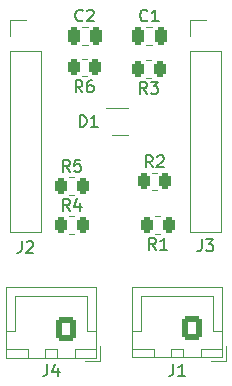
<source format=gbr>
%TF.GenerationSoftware,KiCad,Pcbnew,(6.0.5)*%
%TF.CreationDate,2022-05-19T09:16:10-04:00*%
%TF.ProjectId,OneMoreThermistor,4f6e654d-6f72-4655-9468-65726d697374,rev?*%
%TF.SameCoordinates,Original*%
%TF.FileFunction,Legend,Top*%
%TF.FilePolarity,Positive*%
%FSLAX46Y46*%
G04 Gerber Fmt 4.6, Leading zero omitted, Abs format (unit mm)*
G04 Created by KiCad (PCBNEW (6.0.5)) date 2022-05-19 09:16:10*
%MOMM*%
%LPD*%
G01*
G04 APERTURE LIST*
G04 Aperture macros list*
%AMRoundRect*
0 Rectangle with rounded corners*
0 $1 Rounding radius*
0 $2 $3 $4 $5 $6 $7 $8 $9 X,Y pos of 4 corners*
0 Add a 4 corners polygon primitive as box body*
4,1,4,$2,$3,$4,$5,$6,$7,$8,$9,$2,$3,0*
0 Add four circle primitives for the rounded corners*
1,1,$1+$1,$2,$3*
1,1,$1+$1,$4,$5*
1,1,$1+$1,$6,$7*
1,1,$1+$1,$8,$9*
0 Add four rect primitives between the rounded corners*
20,1,$1+$1,$2,$3,$4,$5,0*
20,1,$1+$1,$4,$5,$6,$7,0*
20,1,$1+$1,$6,$7,$8,$9,0*
20,1,$1+$1,$8,$9,$2,$3,0*%
G04 Aperture macros list end*
%ADD10C,0.150000*%
%ADD11C,0.120000*%
%ADD12RoundRect,0.250000X0.600000X0.750000X-0.600000X0.750000X-0.600000X-0.750000X0.600000X-0.750000X0*%
%ADD13O,1.700000X2.000000*%
%ADD14RoundRect,0.250000X-0.262500X-0.450000X0.262500X-0.450000X0.262500X0.450000X-0.262500X0.450000X0*%
%ADD15RoundRect,0.250000X-0.250000X-0.475000X0.250000X-0.475000X0.250000X0.475000X-0.250000X0.475000X0*%
%ADD16R,1.700000X1.700000*%
%ADD17O,1.700000X1.700000*%
%ADD18RoundRect,0.250000X0.262500X0.450000X-0.262500X0.450000X-0.262500X-0.450000X0.262500X-0.450000X0*%
%ADD19R,0.650000X0.400000*%
G04 APERTURE END LIST*
D10*
%TO.C,J1*%
X101413666Y-86822380D02*
X101413666Y-87536666D01*
X101366047Y-87679523D01*
X101270809Y-87774761D01*
X101127952Y-87822380D01*
X101032714Y-87822380D01*
X102413666Y-87822380D02*
X101842238Y-87822380D01*
X102127952Y-87822380D02*
X102127952Y-86822380D01*
X102032714Y-86965238D01*
X101937476Y-87060476D01*
X101842238Y-87108095D01*
%TO.C,R4*%
X92646833Y-73859380D02*
X92313500Y-73383190D01*
X92075404Y-73859380D02*
X92075404Y-72859380D01*
X92456357Y-72859380D01*
X92551595Y-72907000D01*
X92599214Y-72954619D01*
X92646833Y-73049857D01*
X92646833Y-73192714D01*
X92599214Y-73287952D01*
X92551595Y-73335571D01*
X92456357Y-73383190D01*
X92075404Y-73383190D01*
X93503976Y-73192714D02*
X93503976Y-73859380D01*
X93265880Y-72811761D02*
X93027785Y-73526047D01*
X93646833Y-73526047D01*
%TO.C,C2*%
X93747333Y-57732142D02*
X93699714Y-57779761D01*
X93556857Y-57827380D01*
X93461619Y-57827380D01*
X93318761Y-57779761D01*
X93223523Y-57684523D01*
X93175904Y-57589285D01*
X93128285Y-57398809D01*
X93128285Y-57255952D01*
X93175904Y-57065476D01*
X93223523Y-56970238D01*
X93318761Y-56875000D01*
X93461619Y-56827380D01*
X93556857Y-56827380D01*
X93699714Y-56875000D01*
X93747333Y-56922619D01*
X94128285Y-56922619D02*
X94175904Y-56875000D01*
X94271142Y-56827380D01*
X94509238Y-56827380D01*
X94604476Y-56875000D01*
X94652095Y-56922619D01*
X94699714Y-57017857D01*
X94699714Y-57113095D01*
X94652095Y-57255952D01*
X94080666Y-57827380D01*
X94699714Y-57827380D01*
%TO.C,J3*%
X103806666Y-76287380D02*
X103806666Y-77001666D01*
X103759047Y-77144523D01*
X103663809Y-77239761D01*
X103520952Y-77287380D01*
X103425714Y-77287380D01*
X104187619Y-76287380D02*
X104806666Y-76287380D01*
X104473333Y-76668333D01*
X104616190Y-76668333D01*
X104711428Y-76715952D01*
X104759047Y-76763571D01*
X104806666Y-76858809D01*
X104806666Y-77096904D01*
X104759047Y-77192142D01*
X104711428Y-77239761D01*
X104616190Y-77287380D01*
X104330476Y-77287380D01*
X104235238Y-77239761D01*
X104187619Y-77192142D01*
%TO.C,R1*%
X99932833Y-77159380D02*
X99599500Y-76683190D01*
X99361404Y-77159380D02*
X99361404Y-76159380D01*
X99742357Y-76159380D01*
X99837595Y-76207000D01*
X99885214Y-76254619D01*
X99932833Y-76349857D01*
X99932833Y-76492714D01*
X99885214Y-76587952D01*
X99837595Y-76635571D01*
X99742357Y-76683190D01*
X99361404Y-76683190D01*
X100885214Y-77159380D02*
X100313785Y-77159380D01*
X100599500Y-77159380D02*
X100599500Y-76159380D01*
X100504261Y-76302238D01*
X100409023Y-76397476D01*
X100313785Y-76445095D01*
%TO.C,C1*%
X99213333Y-57732142D02*
X99165714Y-57779761D01*
X99022857Y-57827380D01*
X98927619Y-57827380D01*
X98784761Y-57779761D01*
X98689523Y-57684523D01*
X98641904Y-57589285D01*
X98594285Y-57398809D01*
X98594285Y-57255952D01*
X98641904Y-57065476D01*
X98689523Y-56970238D01*
X98784761Y-56875000D01*
X98927619Y-56827380D01*
X99022857Y-56827380D01*
X99165714Y-56875000D01*
X99213333Y-56922619D01*
X100165714Y-57827380D02*
X99594285Y-57827380D01*
X99880000Y-57827380D02*
X99880000Y-56827380D01*
X99784761Y-56970238D01*
X99689523Y-57065476D01*
X99594285Y-57113095D01*
%TO.C,R2*%
X99655333Y-70176380D02*
X99322000Y-69700190D01*
X99083904Y-70176380D02*
X99083904Y-69176380D01*
X99464857Y-69176380D01*
X99560095Y-69224000D01*
X99607714Y-69271619D01*
X99655333Y-69366857D01*
X99655333Y-69509714D01*
X99607714Y-69604952D01*
X99560095Y-69652571D01*
X99464857Y-69700190D01*
X99083904Y-69700190D01*
X100036285Y-69271619D02*
X100083904Y-69224000D01*
X100179142Y-69176380D01*
X100417238Y-69176380D01*
X100512476Y-69224000D01*
X100560095Y-69271619D01*
X100607714Y-69366857D01*
X100607714Y-69462095D01*
X100560095Y-69604952D01*
X99988666Y-70176380D01*
X100607714Y-70176380D01*
%TO.C,J4*%
X90745666Y-86839380D02*
X90745666Y-87553666D01*
X90698047Y-87696523D01*
X90602809Y-87791761D01*
X90459952Y-87839380D01*
X90364714Y-87839380D01*
X91650428Y-87172714D02*
X91650428Y-87839380D01*
X91412333Y-86791761D02*
X91174238Y-87506047D01*
X91793285Y-87506047D01*
%TO.C,R6*%
X93709833Y-63824380D02*
X93376500Y-63348190D01*
X93138404Y-63824380D02*
X93138404Y-62824380D01*
X93519357Y-62824380D01*
X93614595Y-62872000D01*
X93662214Y-62919619D01*
X93709833Y-63014857D01*
X93709833Y-63157714D01*
X93662214Y-63252952D01*
X93614595Y-63300571D01*
X93519357Y-63348190D01*
X93138404Y-63348190D01*
X94566976Y-62824380D02*
X94376500Y-62824380D01*
X94281261Y-62872000D01*
X94233642Y-62919619D01*
X94138404Y-63062476D01*
X94090785Y-63252952D01*
X94090785Y-63633904D01*
X94138404Y-63729142D01*
X94186023Y-63776761D01*
X94281261Y-63824380D01*
X94471738Y-63824380D01*
X94566976Y-63776761D01*
X94614595Y-63729142D01*
X94662214Y-63633904D01*
X94662214Y-63395809D01*
X94614595Y-63300571D01*
X94566976Y-63252952D01*
X94471738Y-63205333D01*
X94281261Y-63205333D01*
X94186023Y-63252952D01*
X94138404Y-63300571D01*
X94090785Y-63395809D01*
%TO.C,J2*%
X88566666Y-76414380D02*
X88566666Y-77128666D01*
X88519047Y-77271523D01*
X88423809Y-77366761D01*
X88280952Y-77414380D01*
X88185714Y-77414380D01*
X88995238Y-76509619D02*
X89042857Y-76462000D01*
X89138095Y-76414380D01*
X89376190Y-76414380D01*
X89471428Y-76462000D01*
X89519047Y-76509619D01*
X89566666Y-76604857D01*
X89566666Y-76700095D01*
X89519047Y-76842952D01*
X88947619Y-77414380D01*
X89566666Y-77414380D01*
%TO.C,R5*%
X92646833Y-70557380D02*
X92313500Y-70081190D01*
X92075404Y-70557380D02*
X92075404Y-69557380D01*
X92456357Y-69557380D01*
X92551595Y-69605000D01*
X92599214Y-69652619D01*
X92646833Y-69747857D01*
X92646833Y-69890714D01*
X92599214Y-69985952D01*
X92551595Y-70033571D01*
X92456357Y-70081190D01*
X92075404Y-70081190D01*
X93551595Y-69557380D02*
X93075404Y-69557380D01*
X93027785Y-70033571D01*
X93075404Y-69985952D01*
X93170642Y-69938333D01*
X93408738Y-69938333D01*
X93503976Y-69985952D01*
X93551595Y-70033571D01*
X93599214Y-70128809D01*
X93599214Y-70366904D01*
X93551595Y-70462142D01*
X93503976Y-70509761D01*
X93408738Y-70557380D01*
X93170642Y-70557380D01*
X93075404Y-70509761D01*
X93027785Y-70462142D01*
%TO.C,D1*%
X93495904Y-66746380D02*
X93495904Y-65746380D01*
X93734000Y-65746380D01*
X93876857Y-65794000D01*
X93972095Y-65889238D01*
X94019714Y-65984476D01*
X94067333Y-66174952D01*
X94067333Y-66317809D01*
X94019714Y-66508285D01*
X93972095Y-66603523D01*
X93876857Y-66698761D01*
X93734000Y-66746380D01*
X93495904Y-66746380D01*
X95019714Y-66746380D02*
X94448285Y-66746380D01*
X94734000Y-66746380D02*
X94734000Y-65746380D01*
X94638761Y-65889238D01*
X94543523Y-65984476D01*
X94448285Y-66032095D01*
%TO.C,R3*%
X99170833Y-63951380D02*
X98837500Y-63475190D01*
X98599404Y-63951380D02*
X98599404Y-62951380D01*
X98980357Y-62951380D01*
X99075595Y-62999000D01*
X99123214Y-63046619D01*
X99170833Y-63141857D01*
X99170833Y-63284714D01*
X99123214Y-63379952D01*
X99075595Y-63427571D01*
X98980357Y-63475190D01*
X98599404Y-63475190D01*
X99504166Y-62951380D02*
X100123214Y-62951380D01*
X99789880Y-63332333D01*
X99932738Y-63332333D01*
X100027976Y-63379952D01*
X100075595Y-63427571D01*
X100123214Y-63522809D01*
X100123214Y-63760904D01*
X100075595Y-63856142D01*
X100027976Y-63903761D01*
X99932738Y-63951380D01*
X99647023Y-63951380D01*
X99551785Y-63903761D01*
X99504166Y-63856142D01*
D11*
%TO.C,J1*%
X98697000Y-84020000D02*
X98697000Y-81070000D01*
X97937000Y-80310000D02*
X97937000Y-86280000D01*
X97947000Y-85520000D02*
X97947000Y-86270000D01*
X99747000Y-85520000D02*
X97947000Y-85520000D01*
X103747000Y-86270000D02*
X105547000Y-86270000D01*
X105547000Y-84020000D02*
X104797000Y-84020000D01*
X99747000Y-86270000D02*
X99747000Y-85520000D01*
X97947000Y-84020000D02*
X98697000Y-84020000D01*
X105557000Y-86280000D02*
X105557000Y-80310000D01*
X104797000Y-84020000D02*
X104797000Y-81070000D01*
X102247000Y-85520000D02*
X101247000Y-85520000D01*
X103747000Y-85520000D02*
X103747000Y-86270000D01*
X104597000Y-86570000D02*
X105847000Y-86570000D01*
X104797000Y-81070000D02*
X101747000Y-81070000D01*
X97937000Y-86280000D02*
X105557000Y-86280000D01*
X105847000Y-86570000D02*
X105847000Y-85320000D01*
X101247000Y-86270000D02*
X102247000Y-86270000D01*
X105557000Y-80310000D02*
X97937000Y-80310000D01*
X102247000Y-86270000D02*
X102247000Y-85520000D01*
X105547000Y-86270000D02*
X105547000Y-85520000D01*
X101247000Y-85520000D02*
X101247000Y-86270000D01*
X98697000Y-81070000D02*
X101747000Y-81070000D01*
X105547000Y-85520000D02*
X103747000Y-85520000D01*
X97947000Y-86270000D02*
X99747000Y-86270000D01*
%TO.C,R4*%
X92586436Y-74322000D02*
X93040564Y-74322000D01*
X92586436Y-75792000D02*
X93040564Y-75792000D01*
%TO.C,C2*%
X93652748Y-59790000D02*
X94175252Y-59790000D01*
X93652748Y-58320000D02*
X94175252Y-58320000D01*
%TO.C,J3*%
X102810000Y-60340000D02*
X105470000Y-60340000D01*
X102810000Y-60340000D02*
X102810000Y-75640000D01*
X105470000Y-60340000D02*
X105470000Y-75640000D01*
X102810000Y-57740000D02*
X104140000Y-57740000D01*
X102810000Y-75640000D02*
X105470000Y-75640000D01*
X102810000Y-59070000D02*
X102810000Y-57740000D01*
%TO.C,R1*%
X100326564Y-74322000D02*
X99872436Y-74322000D01*
X100326564Y-75792000D02*
X99872436Y-75792000D01*
%TO.C,C1*%
X99118748Y-59790000D02*
X99641252Y-59790000D01*
X99118748Y-58320000D02*
X99641252Y-58320000D01*
%TO.C,R2*%
X99594936Y-72109000D02*
X100049064Y-72109000D01*
X99594936Y-70639000D02*
X100049064Y-70639000D01*
%TO.C,J4*%
X87269000Y-80327000D02*
X87269000Y-86297000D01*
X94889000Y-86297000D02*
X94889000Y-80327000D01*
X93929000Y-86587000D02*
X95179000Y-86587000D01*
X91579000Y-85537000D02*
X90579000Y-85537000D01*
X87279000Y-86287000D02*
X89079000Y-86287000D01*
X93079000Y-85537000D02*
X93079000Y-86287000D01*
X94129000Y-81087000D02*
X91079000Y-81087000D01*
X94129000Y-84037000D02*
X94129000Y-81087000D01*
X93079000Y-86287000D02*
X94879000Y-86287000D01*
X87269000Y-86297000D02*
X94889000Y-86297000D01*
X94879000Y-86287000D02*
X94879000Y-85537000D01*
X90579000Y-85537000D02*
X90579000Y-86287000D01*
X89079000Y-85537000D02*
X87279000Y-85537000D01*
X87279000Y-84037000D02*
X88029000Y-84037000D01*
X88029000Y-84037000D02*
X88029000Y-81087000D01*
X87279000Y-85537000D02*
X87279000Y-86287000D01*
X89079000Y-86287000D02*
X89079000Y-85537000D01*
X95179000Y-86587000D02*
X95179000Y-85337000D01*
X91579000Y-86287000D02*
X91579000Y-85537000D01*
X94879000Y-85537000D02*
X93079000Y-85537000D01*
X94889000Y-80327000D02*
X87269000Y-80327000D01*
X90579000Y-86287000D02*
X91579000Y-86287000D01*
X88029000Y-81087000D02*
X91079000Y-81087000D01*
X94879000Y-84037000D02*
X94129000Y-84037000D01*
%TO.C,R6*%
X94103564Y-62457000D02*
X93649436Y-62457000D01*
X94103564Y-60987000D02*
X93649436Y-60987000D01*
%TO.C,J2*%
X87570000Y-57740000D02*
X88900000Y-57740000D01*
X87570000Y-75640000D02*
X90230000Y-75640000D01*
X87570000Y-60340000D02*
X90230000Y-60340000D01*
X90230000Y-60340000D02*
X90230000Y-75640000D01*
X87570000Y-60340000D02*
X87570000Y-75640000D01*
X87570000Y-59070000D02*
X87570000Y-57740000D01*
%TO.C,R5*%
X92586436Y-71020000D02*
X93040564Y-71020000D01*
X92586436Y-72490000D02*
X93040564Y-72490000D01*
%TO.C,D1*%
X96201000Y-67454000D02*
X97601000Y-67454000D01*
X97601000Y-65134000D02*
X95701000Y-65134000D01*
%TO.C,R3*%
X99564564Y-61114000D02*
X99110436Y-61114000D01*
X99564564Y-62584000D02*
X99110436Y-62584000D01*
%TD*%
%LPC*%
D12*
%TO.C,J1*%
X102997000Y-83820000D03*
D13*
X100497000Y-83820000D03*
%TD*%
D14*
%TO.C,R4*%
X91901000Y-75057000D03*
X93726000Y-75057000D03*
%TD*%
D15*
%TO.C,C2*%
X92964000Y-59055000D03*
X94864000Y-59055000D03*
%TD*%
D16*
%TO.C,J3*%
X104140000Y-59070000D03*
D17*
X104140000Y-61610000D03*
X104140000Y-64150000D03*
X104140000Y-66690000D03*
X104140000Y-69230000D03*
X104140000Y-71770000D03*
X104140000Y-74310000D03*
%TD*%
D18*
%TO.C,R1*%
X101012000Y-75057000D03*
X99187000Y-75057000D03*
%TD*%
D15*
%TO.C,C1*%
X98430000Y-59055000D03*
X100330000Y-59055000D03*
%TD*%
D14*
%TO.C,R2*%
X98909500Y-71374000D03*
X100734500Y-71374000D03*
%TD*%
D12*
%TO.C,J4*%
X92329000Y-83837000D03*
D13*
X89829000Y-83837000D03*
%TD*%
D18*
%TO.C,R6*%
X94789000Y-61722000D03*
X92964000Y-61722000D03*
%TD*%
D16*
%TO.C,J2*%
X88900000Y-59070000D03*
D17*
X88900000Y-61610000D03*
X88900000Y-64150000D03*
X88900000Y-66690000D03*
X88900000Y-69230000D03*
X88900000Y-71770000D03*
X88900000Y-74310000D03*
%TD*%
D14*
%TO.C,R5*%
X91901000Y-71755000D03*
X93726000Y-71755000D03*
%TD*%
D19*
%TO.C,D1*%
X95951000Y-65644000D03*
X95951000Y-66294000D03*
X95951000Y-66944000D03*
X97851000Y-66944000D03*
X97851000Y-66294000D03*
X97851000Y-65644000D03*
%TD*%
D18*
%TO.C,R3*%
X100250000Y-61849000D03*
X98425000Y-61849000D03*
%TD*%
M02*

</source>
